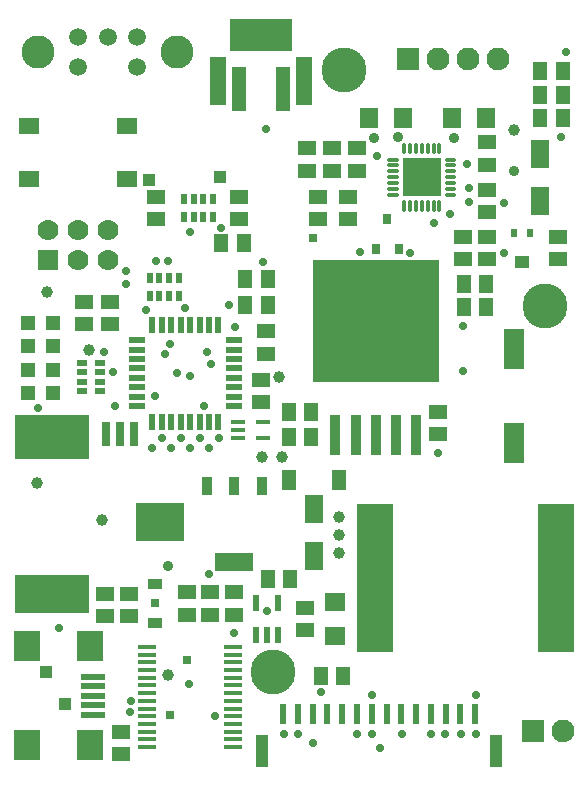
<source format=gts>
G75*
%MOIN*%
%OFA0B0*%
%FSLAX25Y25*%
%IPPOS*%
%LPD*%
%AMOC8*
5,1,8,0,0,1.08239X$1,22.5*
%
%ADD10R,0.05118X0.05906*%
%ADD11R,0.05906X0.05118*%
%ADD12R,0.05906X0.09449*%
%ADD13R,0.06693X0.13386*%
%ADD14R,0.04600X0.03800*%
%ADD15R,0.05000X0.07000*%
%ADD16R,0.05906X0.01575*%
%ADD17C,0.07000*%
%ADD18R,0.07000X0.07000*%
%ADD19C,0.07600*%
%ADD20R,0.07600X0.07600*%
%ADD21R,0.02362X0.06693*%
%ADD22R,0.03937X0.10630*%
%ADD23R,0.12402X0.49213*%
%ADD24R,0.04724X0.04724*%
%ADD25R,0.08661X0.09843*%
%ADD26R,0.07874X0.01969*%
%ADD27R,0.25000X0.15000*%
%ADD28R,0.25000X0.13000*%
%ADD29R,0.16000X0.13000*%
%ADD30R,0.07098X0.06299*%
%ADD31R,0.06299X0.07098*%
%ADD32R,0.04724X0.04331*%
%ADD33R,0.02264X0.03150*%
%ADD34R,0.03600X0.02400*%
%ADD35R,0.02400X0.03600*%
%ADD36R,0.03500X0.06400*%
%ADD37R,0.12500X0.06400*%
%ADD38R,0.04600X0.01400*%
%ADD39R,0.05800X0.02000*%
%ADD40R,0.02000X0.05800*%
%ADD41R,0.03800X0.13800*%
%ADD42R,0.42200X0.40800*%
%ADD43C,0.01181*%
%ADD44R,0.12500X0.12500*%
%ADD45R,0.02200X0.05200*%
%ADD46R,0.02756X0.07874*%
%ADD47R,0.02600X0.03600*%
%ADD48R,0.20984X0.10984*%
%ADD49R,0.05748X0.16496*%
%ADD50R,0.04744X0.14803*%
%ADD51C,0.05937*%
%ADD52C,0.11024*%
%ADD53R,0.06890X0.05512*%
%ADD54C,0.02781*%
%ADD55C,0.03569*%
%ADD56C,0.15000*%
%ADD57R,0.02781X0.02781*%
%ADD58C,0.03962*%
%ADD59R,0.03962X0.03962*%
D10*
X0124997Y0095154D03*
X0132477Y0095154D03*
X0142713Y0062870D03*
X0150194Y0062870D03*
X0139564Y0142398D03*
X0132083Y0142398D03*
X0132083Y0150705D03*
X0139564Y0150705D03*
X0124997Y0186492D03*
X0117516Y0186492D03*
X0117516Y0195154D03*
X0124997Y0195154D03*
X0117123Y0206965D03*
X0109642Y0206965D03*
X0190351Y0193579D03*
X0197831Y0193579D03*
X0197831Y0185705D03*
X0190351Y0185705D03*
X0215942Y0248697D03*
X0223422Y0248697D03*
X0223422Y0256571D03*
X0215942Y0256571D03*
X0215942Y0264445D03*
X0223422Y0264445D03*
D11*
X0198028Y0240626D03*
X0198028Y0233146D03*
X0198028Y0224878D03*
X0198028Y0217398D03*
X0198028Y0209130D03*
X0198028Y0201650D03*
X0190154Y0201650D03*
X0190154Y0209130D03*
X0221650Y0209130D03*
X0221650Y0201650D03*
X0181886Y0150862D03*
X0181886Y0143382D03*
X0137398Y0085508D03*
X0137398Y0078028D03*
X0113776Y0083146D03*
X0113776Y0090626D03*
X0105902Y0090626D03*
X0105902Y0083146D03*
X0098028Y0083146D03*
X0098028Y0090626D03*
X0078737Y0090232D03*
X0078737Y0082752D03*
X0070902Y0082752D03*
X0070902Y0090232D03*
X0075981Y0044169D03*
X0075981Y0036689D03*
X0122831Y0154012D03*
X0122831Y0161492D03*
X0124406Y0170154D03*
X0124406Y0177634D03*
X0115351Y0215035D03*
X0115351Y0222516D03*
X0138186Y0231177D03*
X0138186Y0238657D03*
X0146453Y0238657D03*
X0146453Y0231177D03*
X0154721Y0231177D03*
X0154721Y0238657D03*
X0151965Y0222516D03*
X0151965Y0215035D03*
X0141729Y0215035D03*
X0141729Y0222516D03*
X0087792Y0222516D03*
X0087792Y0215035D03*
X0072438Y0187476D03*
X0072438Y0179996D03*
X0063776Y0179996D03*
X0063776Y0187476D03*
D12*
X0140548Y0118382D03*
X0140548Y0102634D03*
X0215745Y0221138D03*
X0215745Y0236886D03*
D13*
X0207083Y0171925D03*
X0207083Y0140429D03*
D14*
X0087398Y0093500D03*
X0087398Y0080600D03*
D15*
X0132046Y0128224D03*
X0148816Y0128224D03*
D16*
X0113481Y0072417D03*
X0113481Y0069858D03*
X0113481Y0067299D03*
X0113481Y0064740D03*
X0113481Y0062181D03*
X0113481Y0059622D03*
X0113481Y0057063D03*
X0113481Y0054504D03*
X0113481Y0051945D03*
X0113481Y0049386D03*
X0113481Y0046827D03*
X0113481Y0044268D03*
X0113481Y0041709D03*
X0113481Y0039150D03*
X0084938Y0039150D03*
X0084938Y0041709D03*
X0084938Y0044268D03*
X0084938Y0046827D03*
X0084938Y0049386D03*
X0084938Y0051945D03*
X0084938Y0054504D03*
X0084938Y0057063D03*
X0084938Y0059622D03*
X0084938Y0062181D03*
X0084938Y0064740D03*
X0084938Y0067299D03*
X0084938Y0069858D03*
X0084938Y0072417D03*
D17*
X0071650Y0201295D03*
X0061650Y0201295D03*
X0061650Y0211295D03*
X0051650Y0211295D03*
X0071650Y0211295D03*
D18*
X0051650Y0201295D03*
D19*
X0181965Y0268382D03*
X0191965Y0268382D03*
X0201965Y0268382D03*
X0223383Y0044366D03*
D20*
X0213383Y0044366D03*
X0171965Y0268382D03*
D21*
X0169583Y0050272D03*
X0164662Y0050272D03*
X0159741Y0050272D03*
X0154820Y0050272D03*
X0149898Y0050272D03*
X0144977Y0050272D03*
X0140056Y0050272D03*
X0135135Y0050272D03*
X0130213Y0050272D03*
X0174505Y0050272D03*
X0179426Y0050272D03*
X0184347Y0050272D03*
X0189268Y0050272D03*
X0194190Y0050272D03*
D22*
X0201276Y0037673D03*
X0123127Y0037673D03*
D23*
X0160725Y0095547D03*
X0221158Y0095547D03*
D24*
X0053343Y0156965D03*
X0053343Y0164839D03*
X0053343Y0172713D03*
X0053343Y0180587D03*
X0045075Y0180587D03*
X0045075Y0172713D03*
X0045075Y0164839D03*
X0045075Y0156965D03*
D25*
X0044879Y0039642D03*
X0065745Y0039642D03*
X0065745Y0072713D03*
X0044879Y0072713D03*
D26*
X0066729Y0062476D03*
X0066729Y0059327D03*
X0066729Y0056177D03*
X0066729Y0053028D03*
X0066729Y0049878D03*
D27*
X0052986Y0142501D03*
D28*
X0052986Y0090201D03*
D29*
X0088986Y0114201D03*
D30*
X0147635Y0087366D03*
X0147635Y0076169D03*
D31*
X0158965Y0248697D03*
X0170162Y0248697D03*
X0186524Y0248697D03*
X0197721Y0248697D03*
D32*
X0209839Y0200665D03*
D33*
X0207231Y0210508D03*
X0212448Y0210508D03*
D34*
X0069288Y0167276D03*
X0069288Y0164076D03*
X0069288Y0160876D03*
X0069288Y0157676D03*
X0062988Y0157676D03*
X0062988Y0160876D03*
X0062988Y0164076D03*
X0062988Y0167276D03*
D35*
X0085748Y0189287D03*
X0088948Y0189287D03*
X0092148Y0189287D03*
X0095348Y0189287D03*
X0095348Y0195587D03*
X0092148Y0195587D03*
X0088948Y0195587D03*
X0085748Y0195587D03*
X0097165Y0215626D03*
X0100365Y0215626D03*
X0103565Y0215626D03*
X0106765Y0215626D03*
X0106765Y0221926D03*
X0103565Y0221926D03*
X0100365Y0221926D03*
X0097165Y0221926D03*
D36*
X0104873Y0126139D03*
X0113973Y0126139D03*
X0123073Y0126139D03*
D37*
X0113973Y0100939D03*
D38*
X0115188Y0142160D03*
X0115188Y0144760D03*
X0115188Y0147360D03*
X0123388Y0147360D03*
X0123388Y0142160D03*
D39*
X0113835Y0152697D03*
X0113835Y0155797D03*
X0113835Y0158997D03*
X0113835Y0162097D03*
X0113835Y0165297D03*
X0113835Y0168397D03*
X0113835Y0171597D03*
X0113835Y0174697D03*
X0081435Y0174697D03*
X0081435Y0171597D03*
X0081435Y0168397D03*
X0081435Y0165297D03*
X0081435Y0162097D03*
X0081435Y0158997D03*
X0081435Y0155797D03*
X0081435Y0152697D03*
D40*
X0086635Y0147497D03*
X0089735Y0147497D03*
X0092935Y0147497D03*
X0096035Y0147497D03*
X0099235Y0147497D03*
X0102335Y0147497D03*
X0105535Y0147497D03*
X0108635Y0147497D03*
X0108635Y0179897D03*
X0105535Y0179897D03*
X0102335Y0179897D03*
X0099235Y0179897D03*
X0096035Y0179897D03*
X0092935Y0179897D03*
X0089735Y0179897D03*
X0086635Y0179897D03*
D41*
X0147635Y0142980D03*
X0154327Y0142980D03*
X0161020Y0142980D03*
X0167713Y0142980D03*
X0174406Y0142980D03*
D42*
X0161020Y0180980D03*
D43*
X0170469Y0220666D02*
X0170469Y0220666D01*
X0170469Y0218146D01*
X0170469Y0218146D01*
X0170469Y0220666D01*
X0170469Y0219326D02*
X0170469Y0219326D01*
X0170469Y0220506D02*
X0170469Y0220506D01*
X0172438Y0220666D02*
X0172438Y0220666D01*
X0172438Y0218146D01*
X0172438Y0218146D01*
X0172438Y0220666D01*
X0172438Y0219326D02*
X0172438Y0219326D01*
X0172438Y0220506D02*
X0172438Y0220506D01*
X0174406Y0220666D02*
X0174406Y0220666D01*
X0174406Y0218146D01*
X0174406Y0218146D01*
X0174406Y0220666D01*
X0174406Y0219326D02*
X0174406Y0219326D01*
X0174406Y0220506D02*
X0174406Y0220506D01*
X0176375Y0220666D02*
X0176375Y0220666D01*
X0176375Y0218146D01*
X0176375Y0218146D01*
X0176375Y0220666D01*
X0176375Y0219326D02*
X0176375Y0219326D01*
X0176375Y0220506D02*
X0176375Y0220506D01*
X0178343Y0220666D02*
X0178343Y0220666D01*
X0178343Y0218146D01*
X0178343Y0218146D01*
X0178343Y0220666D01*
X0178343Y0219326D02*
X0178343Y0219326D01*
X0178343Y0220506D02*
X0178343Y0220506D01*
X0180312Y0220666D02*
X0180312Y0220666D01*
X0180312Y0218146D01*
X0180312Y0218146D01*
X0180312Y0220666D01*
X0180312Y0219326D02*
X0180312Y0219326D01*
X0180312Y0220506D02*
X0180312Y0220506D01*
X0182280Y0220666D02*
X0182280Y0220666D01*
X0182280Y0218146D01*
X0182280Y0218146D01*
X0182280Y0220666D01*
X0182280Y0219326D02*
X0182280Y0219326D01*
X0182280Y0220506D02*
X0182280Y0220506D01*
X0184721Y0223106D02*
X0184721Y0223106D01*
X0187241Y0223106D01*
X0187241Y0223106D01*
X0184721Y0223106D01*
X0184721Y0225075D02*
X0184721Y0225075D01*
X0187241Y0225075D01*
X0187241Y0225075D01*
X0184721Y0225075D01*
X0184721Y0227043D02*
X0184721Y0227043D01*
X0187241Y0227043D01*
X0187241Y0227043D01*
X0184721Y0227043D01*
X0184721Y0229012D02*
X0184721Y0229012D01*
X0187241Y0229012D01*
X0187241Y0229012D01*
X0184721Y0229012D01*
X0184721Y0230980D02*
X0184721Y0230980D01*
X0187241Y0230980D01*
X0187241Y0230980D01*
X0184721Y0230980D01*
X0184721Y0232949D02*
X0184721Y0232949D01*
X0187241Y0232949D01*
X0187241Y0232949D01*
X0184721Y0232949D01*
X0184721Y0234917D02*
X0184721Y0234917D01*
X0187241Y0234917D01*
X0187241Y0234917D01*
X0184721Y0234917D01*
X0182280Y0237358D02*
X0182280Y0237358D01*
X0182280Y0239878D01*
X0182280Y0239878D01*
X0182280Y0237358D01*
X0182280Y0238538D02*
X0182280Y0238538D01*
X0182280Y0239718D02*
X0182280Y0239718D01*
X0180312Y0237358D02*
X0180312Y0237358D01*
X0180312Y0239878D01*
X0180312Y0239878D01*
X0180312Y0237358D01*
X0180312Y0238538D02*
X0180312Y0238538D01*
X0180312Y0239718D02*
X0180312Y0239718D01*
X0178343Y0237358D02*
X0178343Y0237358D01*
X0178343Y0239878D01*
X0178343Y0239878D01*
X0178343Y0237358D01*
X0178343Y0238538D02*
X0178343Y0238538D01*
X0178343Y0239718D02*
X0178343Y0239718D01*
X0176375Y0237358D02*
X0176375Y0237358D01*
X0176375Y0239878D01*
X0176375Y0239878D01*
X0176375Y0237358D01*
X0176375Y0238538D02*
X0176375Y0238538D01*
X0176375Y0239718D02*
X0176375Y0239718D01*
X0174406Y0237358D02*
X0174406Y0237358D01*
X0174406Y0239878D01*
X0174406Y0239878D01*
X0174406Y0237358D01*
X0174406Y0238538D02*
X0174406Y0238538D01*
X0174406Y0239718D02*
X0174406Y0239718D01*
X0172438Y0237358D02*
X0172438Y0237358D01*
X0172438Y0239878D01*
X0172438Y0239878D01*
X0172438Y0237358D01*
X0172438Y0238538D02*
X0172438Y0238538D01*
X0172438Y0239718D02*
X0172438Y0239718D01*
X0170469Y0237358D02*
X0170469Y0237358D01*
X0170469Y0239878D01*
X0170469Y0239878D01*
X0170469Y0237358D01*
X0170469Y0238538D02*
X0170469Y0238538D01*
X0170469Y0239718D02*
X0170469Y0239718D01*
X0168028Y0234917D02*
X0168028Y0234917D01*
X0165508Y0234917D01*
X0165508Y0234917D01*
X0168028Y0234917D01*
X0168028Y0232949D02*
X0168028Y0232949D01*
X0165508Y0232949D01*
X0165508Y0232949D01*
X0168028Y0232949D01*
X0168029Y0230980D02*
X0168029Y0230980D01*
X0165509Y0230980D01*
X0165509Y0230980D01*
X0168029Y0230980D01*
X0168029Y0229012D02*
X0168029Y0229012D01*
X0165509Y0229012D01*
X0165509Y0229012D01*
X0168029Y0229012D01*
X0168029Y0227043D02*
X0168029Y0227043D01*
X0165509Y0227043D01*
X0165509Y0227043D01*
X0168029Y0227043D01*
X0168029Y0225075D02*
X0168029Y0225075D01*
X0165509Y0225075D01*
X0165509Y0225075D01*
X0168029Y0225075D01*
X0168029Y0223106D02*
X0168029Y0223106D01*
X0165509Y0223106D01*
X0165509Y0223106D01*
X0168029Y0223106D01*
D44*
X0176375Y0229012D03*
D45*
X0128500Y0087168D03*
X0121100Y0087168D03*
X0121100Y0076368D03*
X0124800Y0076368D03*
X0128500Y0076368D03*
D46*
X0080504Y0143539D03*
X0075784Y0143539D03*
X0071064Y0143539D03*
D47*
X0161217Y0205214D03*
X0168698Y0205214D03*
X0164957Y0215014D03*
D48*
X0122831Y0276551D03*
D49*
X0108461Y0261000D03*
X0137201Y0261000D03*
D50*
X0130203Y0258461D03*
X0115459Y0258461D03*
D51*
X0081493Y0265823D03*
X0081493Y0275665D03*
X0071650Y0275665D03*
X0061808Y0275665D03*
X0061808Y0265823D03*
D52*
X0048619Y0270744D03*
X0094682Y0270744D03*
D53*
X0078146Y0246138D03*
X0078146Y0228421D03*
X0045469Y0228421D03*
X0045469Y0246138D03*
D54*
X0077949Y0197909D03*
X0077949Y0193579D03*
X0084642Y0184917D03*
X0092516Y0173500D03*
X0090942Y0169957D03*
X0094879Y0163657D03*
X0099209Y0162870D03*
X0106296Y0166807D03*
X0104721Y0170744D03*
X0114170Y0179012D03*
X0112201Y0186492D03*
X0123619Y0200665D03*
X0109642Y0212280D03*
X0099209Y0210902D03*
X0091926Y0201059D03*
X0087792Y0201059D03*
X0097438Y0185311D03*
X0073619Y0164051D03*
X0070469Y0170744D03*
X0074012Y0152634D03*
X0087398Y0156177D03*
X0089760Y0142004D03*
X0086611Y0138854D03*
X0092910Y0138854D03*
X0096060Y0142004D03*
X0099209Y0138854D03*
X0102359Y0142004D03*
X0105509Y0138854D03*
X0108658Y0142004D03*
X0103934Y0152634D03*
X0105509Y0096728D03*
X0113776Y0077043D03*
X0124800Y0084524D03*
X0142910Y0057358D03*
X0135036Y0043579D03*
X0130312Y0043579D03*
X0140154Y0040429D03*
X0154721Y0043579D03*
X0159839Y0043579D03*
X0162398Y0038657D03*
X0169682Y0043579D03*
X0179524Y0043579D03*
X0184249Y0043579D03*
X0189367Y0043579D03*
X0194485Y0043579D03*
X0194485Y0056571D03*
X0159839Y0056571D03*
X0107477Y0049484D03*
X0098816Y0060114D03*
X0079524Y0054602D03*
X0079131Y0050665D03*
X0055509Y0078618D03*
X0048422Y0152240D03*
X0124603Y0244957D03*
X0161414Y0236098D03*
X0172438Y0232949D03*
X0176375Y0232949D03*
X0176375Y0229012D03*
X0172438Y0229012D03*
X0172438Y0225075D03*
X0176375Y0225075D03*
X0180312Y0229012D03*
X0180312Y0232949D03*
X0191335Y0233343D03*
X0192123Y0225469D03*
X0192123Y0220744D03*
X0185823Y0216807D03*
X0180312Y0213657D03*
X0172438Y0203815D03*
X0155902Y0204209D03*
X0190154Y0179406D03*
X0190154Y0164445D03*
X0181886Y0137280D03*
X0203934Y0203815D03*
X0203934Y0220350D03*
X0222831Y0242398D03*
X0224406Y0270744D03*
D55*
X0207083Y0230980D03*
X0187005Y0242004D03*
X0168501Y0242398D03*
X0160430Y0242004D03*
X0091729Y0099484D03*
D56*
X0126768Y0064051D03*
X0217320Y0186098D03*
X0150390Y0264839D03*
D57*
X0140154Y0208933D03*
X0087398Y0087280D03*
X0098028Y0067988D03*
X0092516Y0049878D03*
D58*
X0091729Y0063264D03*
X0069682Y0114839D03*
X0048028Y0127043D03*
X0065351Y0171531D03*
X0051572Y0190823D03*
X0123225Y0135705D03*
X0129918Y0135705D03*
X0148816Y0115626D03*
X0148816Y0109720D03*
X0148816Y0103815D03*
X0128737Y0162476D03*
X0145272Y0180980D03*
X0161020Y0180980D03*
X0161020Y0165232D03*
X0176768Y0180980D03*
X0161020Y0196728D03*
X0207083Y0244760D03*
D59*
X0109052Y0229012D03*
X0085430Y0228224D03*
X0051178Y0064051D03*
X0057477Y0053421D03*
M02*

</source>
